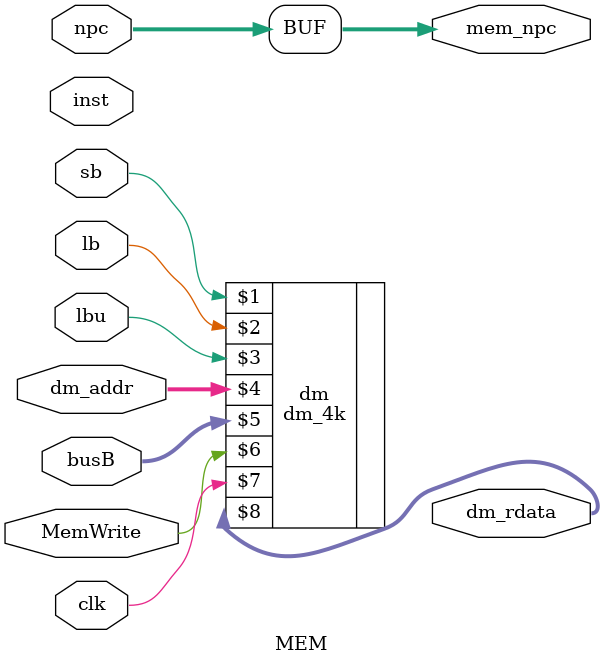
<source format=v>
module MEM(
    input clk,
    input [31:0]inst,
    input [31:0]npc,
    input MemWrite,
    input [11:0]dm_addr,
    input [31:0]busB,
    input sb,lb,lbu,
    
    output [31:0]dm_rdata,
    output [31:0]mem_npc
);

//dm
dm_4k dm(sb,lb,lbu,dm_addr,busB,MemWrite,clk,dm_rdata);

assign mem_npc=npc;

endmodule
</source>
